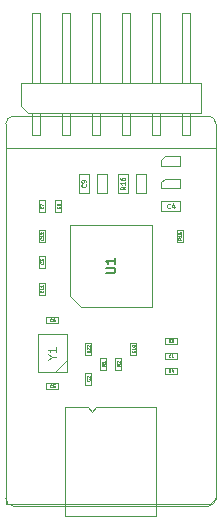
<source format=gbr>
%TF.GenerationSoftware,KiCad,Pcbnew,5.1.6+dfsg1-1~bpo10+1*%
%TF.CreationDate,2020-07-08T21:11:21+00:00*%
%TF.ProjectId,ProMicro_UART,50726f4d-6963-4726-9f5f-554152542e6b,v2*%
%TF.SameCoordinates,Original*%
%TF.FileFunction,Other,Fab,Top*%
%FSLAX45Y45*%
G04 Gerber Fmt 4.5, Leading zero omitted, Abs format (unit mm)*
G04 Created by KiCad (PCBNEW 5.1.6+dfsg1-1~bpo10+1) date 2020-07-08 21:11:21*
%MOMM*%
%LPD*%
G01*
G04 APERTURE LIST*
%TA.AperFunction,Profile*%
%ADD10C,0.100000*%
%TD*%
%ADD11C,0.100000*%
%ADD12C,0.060000*%
%ADD13C,0.105000*%
%ADD14C,0.200000*%
%ADD15C,0.040000*%
G04 APERTURE END LIST*
D10*
X-1651000Y3111500D02*
X-1651000Y-63500D01*
X127000Y3111500D02*
X127000Y-63500D01*
X-1587500Y-127000D02*
G75*
G02*
X-1651000Y-63500I0J63500D01*
G01*
X127000Y-63500D02*
G75*
G02*
X63500Y-127000I-63500J0D01*
G01*
X63500Y3175000D02*
G75*
G02*
X127000Y3111500I0J-63500D01*
G01*
X-1651000Y3111500D02*
G75*
G02*
X-1587500Y3175000I63500J0D01*
G01*
X63500Y-127000D02*
X-1587500Y-127000D01*
X-1587500Y3175000D02*
X63500Y3175000D01*
D11*
X-1650000Y-110000D02*
X-1650000Y2905000D01*
X80000Y-110000D02*
X-1650000Y-110000D01*
X80000Y-110000D02*
X127000Y-60000D01*
X127000Y2905000D02*
X127000Y-60000D01*
X-1650000Y2905000D02*
X127000Y2905000D01*
X-620400Y2523500D02*
X-700400Y2523500D01*
X-700400Y2523500D02*
X-700400Y2683500D01*
X-700400Y2683500D02*
X-620400Y2683500D01*
X-620400Y2683500D02*
X-620400Y2523500D01*
X-468000Y2523500D02*
X-548000Y2523500D01*
X-548000Y2523500D02*
X-548000Y2683500D01*
X-548000Y2683500D02*
X-468000Y2683500D01*
X-468000Y2683500D02*
X-468000Y2523500D01*
X-798200Y2523500D02*
X-878200Y2523500D01*
X-878200Y2523500D02*
X-878200Y2683500D01*
X-878200Y2683500D02*
X-798200Y2683500D01*
X-798200Y2683500D02*
X-798200Y2523500D01*
X-1030600Y2683500D02*
X-950600Y2683500D01*
X-950600Y2683500D02*
X-950600Y2523500D01*
X-950600Y2523500D02*
X-1030600Y2523500D01*
X-1030600Y2523500D02*
X-1030600Y2683500D01*
X-1382300Y1008400D02*
X-1132300Y1008400D01*
X-1132300Y1008400D02*
X-1132300Y1328400D01*
X-1132300Y1328400D02*
X-1382300Y1328400D01*
X-1382300Y1328400D02*
X-1382300Y1008400D01*
X-1232300Y1008400D02*
X-1132300Y1108400D01*
X-1112000Y1655000D02*
X-1112000Y2255000D01*
X-1112000Y2255000D02*
X-412000Y2255000D01*
X-412000Y2255000D02*
X-412000Y1555000D01*
X-412000Y1555000D02*
X-1012000Y1555000D01*
X-1012000Y1555000D02*
X-1112000Y1655000D01*
X-977500Y1256500D02*
X-927500Y1256500D01*
X-927500Y1256500D02*
X-927500Y1156500D01*
X-927500Y1156500D02*
X-977500Y1156500D01*
X-977500Y1156500D02*
X-977500Y1256500D01*
X-1181500Y2363000D02*
X-1231500Y2363000D01*
X-1231500Y2363000D02*
X-1231500Y2463000D01*
X-1231500Y2463000D02*
X-1181500Y2463000D01*
X-1181500Y2463000D02*
X-1181500Y2363000D01*
X-1321200Y2363000D02*
X-1371200Y2363000D01*
X-1371200Y2363000D02*
X-1371200Y2463000D01*
X-1371200Y2463000D02*
X-1321200Y2463000D01*
X-1321200Y2463000D02*
X-1321200Y2363000D01*
X-204000Y1168000D02*
X-204000Y1118000D01*
X-204000Y1118000D02*
X-304000Y1118000D01*
X-304000Y1118000D02*
X-304000Y1168000D01*
X-304000Y1168000D02*
X-204000Y1168000D01*
X-927500Y902500D02*
X-977500Y902500D01*
X-977500Y902500D02*
X-977500Y1002500D01*
X-977500Y1002500D02*
X-927500Y1002500D01*
X-927500Y1002500D02*
X-927500Y902500D01*
X-1371200Y1993100D02*
X-1321200Y1993100D01*
X-1321200Y1993100D02*
X-1321200Y1893100D01*
X-1321200Y1893100D02*
X-1371200Y1893100D01*
X-1371200Y1893100D02*
X-1371200Y1993100D01*
X-1207300Y914000D02*
X-1207300Y864000D01*
X-1207300Y864000D02*
X-1307300Y864000D01*
X-1307300Y864000D02*
X-1307300Y914000D01*
X-1307300Y914000D02*
X-1207300Y914000D01*
X-1307300Y1422800D02*
X-1307300Y1472800D01*
X-1307300Y1472800D02*
X-1207300Y1472800D01*
X-1207300Y1472800D02*
X-1207300Y1422800D01*
X-1207300Y1422800D02*
X-1307300Y1422800D01*
X-546500Y1156500D02*
X-596500Y1156500D01*
X-596500Y1156500D02*
X-596500Y1256500D01*
X-596500Y1256500D02*
X-546500Y1256500D01*
X-546500Y1256500D02*
X-546500Y1156500D01*
X-1321200Y1664500D02*
X-1371200Y1664500D01*
X-1371200Y1664500D02*
X-1371200Y1764500D01*
X-1371200Y1764500D02*
X-1321200Y1764500D01*
X-1321200Y1764500D02*
X-1321200Y1664500D01*
X-1321200Y2109000D02*
X-1371200Y2109000D01*
X-1371200Y2109000D02*
X-1371200Y2209000D01*
X-1371200Y2209000D02*
X-1321200Y2209000D01*
X-1321200Y2209000D02*
X-1321200Y2109000D01*
X-850500Y1129500D02*
X-800500Y1129500D01*
X-800500Y1129500D02*
X-800500Y1029500D01*
X-800500Y1029500D02*
X-850500Y1029500D01*
X-850500Y1029500D02*
X-850500Y1129500D01*
X-723500Y1129500D02*
X-673500Y1129500D01*
X-673500Y1129500D02*
X-673500Y1029500D01*
X-673500Y1029500D02*
X-723500Y1029500D01*
X-723500Y1029500D02*
X-723500Y1129500D01*
X-204000Y1295000D02*
X-204000Y1245000D01*
X-204000Y1245000D02*
X-304000Y1245000D01*
X-304000Y1245000D02*
X-304000Y1295000D01*
X-304000Y1295000D02*
X-204000Y1295000D01*
X-204000Y1041000D02*
X-204000Y991000D01*
X-204000Y991000D02*
X-304000Y991000D01*
X-304000Y991000D02*
X-304000Y1041000D01*
X-304000Y1041000D02*
X-204000Y1041000D01*
X-202800Y2209000D02*
X-152800Y2209000D01*
X-152800Y2209000D02*
X-152800Y2109000D01*
X-152800Y2109000D02*
X-202800Y2109000D01*
X-202800Y2109000D02*
X-202800Y2209000D01*
X-1147000Y716000D02*
X-952000Y716000D01*
X-377000Y716000D02*
X-377000Y-209000D01*
X-377000Y-209000D02*
X-1147000Y-209000D01*
X-1147000Y-209000D02*
X-1147000Y716000D01*
X-952000Y716000D02*
X-922000Y666000D01*
X-922000Y666000D02*
X-892000Y716000D01*
X-892000Y716000D02*
X-377000Y716000D01*
X-174000Y2453000D02*
X-174000Y2373000D01*
X-174000Y2373000D02*
X-334000Y2373000D01*
X-334000Y2373000D02*
X-334000Y2453000D01*
X-334000Y2453000D02*
X-174000Y2453000D01*
X-1524000Y3261500D02*
X-1524000Y3452000D01*
X-1524000Y3452000D02*
X0Y3452000D01*
X0Y3452000D02*
X0Y3198000D01*
X0Y3198000D02*
X-1460500Y3198000D01*
X-1460500Y3198000D02*
X-1524000Y3261500D01*
X-1429000Y3016000D02*
X-1429000Y3198000D01*
X-1429000Y3016000D02*
X-1365000Y3016000D01*
X-1365000Y3016000D02*
X-1365000Y3198000D01*
X-1429000Y3452000D02*
X-1429000Y4052000D01*
X-1429000Y4052000D02*
X-1365000Y4052000D01*
X-1365000Y3452000D02*
X-1365000Y4052000D01*
X-1175000Y3016000D02*
X-1175000Y3198000D01*
X-1175000Y3016000D02*
X-1111000Y3016000D01*
X-1111000Y3016000D02*
X-1111000Y3198000D01*
X-1175000Y3452000D02*
X-1175000Y4052000D01*
X-1175000Y4052000D02*
X-1111000Y4052000D01*
X-1111000Y3452000D02*
X-1111000Y4052000D01*
X-921000Y3016000D02*
X-921000Y3198000D01*
X-921000Y3016000D02*
X-857000Y3016000D01*
X-857000Y3016000D02*
X-857000Y3198000D01*
X-921000Y3452000D02*
X-921000Y4052000D01*
X-921000Y4052000D02*
X-857000Y4052000D01*
X-857000Y3452000D02*
X-857000Y4052000D01*
X-667000Y3016000D02*
X-667000Y3198000D01*
X-667000Y3016000D02*
X-603000Y3016000D01*
X-603000Y3016000D02*
X-603000Y3198000D01*
X-667000Y3452000D02*
X-667000Y4052000D01*
X-667000Y4052000D02*
X-603000Y4052000D01*
X-603000Y3452000D02*
X-603000Y4052000D01*
X-413000Y3016000D02*
X-413000Y3198000D01*
X-413000Y3016000D02*
X-349000Y3016000D01*
X-349000Y3016000D02*
X-349000Y3198000D01*
X-413000Y3452000D02*
X-413000Y4052000D01*
X-413000Y4052000D02*
X-349000Y4052000D01*
X-349000Y3452000D02*
X-349000Y4052000D01*
X-159000Y3016000D02*
X-159000Y3198000D01*
X-159000Y3016000D02*
X-95000Y3016000D01*
X-95000Y3016000D02*
X-95000Y3198000D01*
X-159000Y3452000D02*
X-159000Y4052000D01*
X-159000Y4052000D02*
X-95000Y4052000D01*
X-95000Y3452000D02*
X-95000Y4052000D01*
X-174000Y2643500D02*
X-304000Y2643500D01*
X-304000Y2643500D02*
X-334000Y2613500D01*
X-334000Y2613500D02*
X-334000Y2563500D01*
X-334000Y2563500D02*
X-174000Y2563500D01*
X-174000Y2563500D02*
X-174000Y2643500D01*
X-174000Y2834000D02*
X-304000Y2834000D01*
X-304000Y2834000D02*
X-334000Y2804000D01*
X-334000Y2804000D02*
X-334000Y2754000D01*
X-334000Y2754000D02*
X-174000Y2754000D01*
X-174000Y2754000D02*
X-174000Y2834000D01*
D12*
X-642305Y2577786D02*
X-661352Y2564452D01*
X-642305Y2554929D02*
X-682305Y2554929D01*
X-682305Y2570167D01*
X-680400Y2573976D01*
X-678495Y2575881D01*
X-674686Y2577786D01*
X-668972Y2577786D01*
X-665162Y2575881D01*
X-663257Y2573976D01*
X-661352Y2570167D01*
X-661352Y2554929D01*
X-642305Y2615881D02*
X-642305Y2593024D01*
X-642305Y2604452D02*
X-682305Y2604452D01*
X-676591Y2600643D01*
X-672781Y2596833D01*
X-670876Y2593024D01*
X-682305Y2650167D02*
X-682305Y2642548D01*
X-680400Y2638738D01*
X-678495Y2636833D01*
X-672781Y2633024D01*
X-665162Y2631119D01*
X-649924Y2631119D01*
X-646114Y2633024D01*
X-644210Y2634929D01*
X-642305Y2638738D01*
X-642305Y2646357D01*
X-644210Y2650167D01*
X-646114Y2652072D01*
X-649924Y2653976D01*
X-659448Y2653976D01*
X-663257Y2652072D01*
X-665162Y2650167D01*
X-667067Y2646357D01*
X-667067Y2638738D01*
X-665162Y2634929D01*
X-663257Y2633024D01*
X-659448Y2631119D01*
X-976314Y2596833D02*
X-974410Y2594929D01*
X-972505Y2589214D01*
X-972505Y2585405D01*
X-974410Y2579691D01*
X-978219Y2575881D01*
X-982029Y2573976D01*
X-989648Y2572072D01*
X-995362Y2572072D01*
X-1002981Y2573976D01*
X-1006790Y2575881D01*
X-1010600Y2579691D01*
X-1012505Y2585405D01*
X-1012505Y2589214D01*
X-1010600Y2594929D01*
X-1008695Y2596833D01*
X-972505Y2615881D02*
X-972505Y2623500D01*
X-974410Y2627310D01*
X-976314Y2629214D01*
X-982029Y2633024D01*
X-989648Y2634929D01*
X-1004886Y2634929D01*
X-1008695Y2633024D01*
X-1010600Y2631119D01*
X-1012505Y2627310D01*
X-1012505Y2619691D01*
X-1010600Y2615881D01*
X-1008695Y2613976D01*
X-1004886Y2612072D01*
X-995362Y2612072D01*
X-991552Y2613976D01*
X-989648Y2615881D01*
X-987743Y2619691D01*
X-987743Y2627310D01*
X-989648Y2631119D01*
X-991552Y2633024D01*
X-995362Y2634929D01*
D13*
X-1258967Y1135067D02*
X-1225633Y1135067D01*
X-1295633Y1111733D02*
X-1258967Y1135067D01*
X-1295633Y1158400D01*
X-1225633Y1218400D02*
X-1225633Y1178400D01*
X-1225633Y1198400D02*
X-1295633Y1198400D01*
X-1285633Y1191733D01*
X-1278967Y1185067D01*
X-1275633Y1178400D01*
D14*
X-805810Y1844048D02*
X-741048Y1844048D01*
X-733429Y1847857D01*
X-729619Y1851667D01*
X-725810Y1859286D01*
X-725810Y1874524D01*
X-729619Y1882143D01*
X-733429Y1885952D01*
X-741048Y1889762D01*
X-805810Y1889762D01*
X-725810Y1969762D02*
X-725810Y1924048D01*
X-725810Y1946905D02*
X-805810Y1946905D01*
X-794381Y1939286D01*
X-786762Y1931667D01*
X-782952Y1924048D01*
D15*
X-941190Y1190429D02*
X-953095Y1182095D01*
X-941190Y1176143D02*
X-966190Y1176143D01*
X-966190Y1185667D01*
X-965000Y1188048D01*
X-963810Y1189238D01*
X-961429Y1190429D01*
X-957857Y1190429D01*
X-955476Y1189238D01*
X-954286Y1188048D01*
X-953095Y1185667D01*
X-953095Y1176143D01*
X-963810Y1199952D02*
X-965000Y1201143D01*
X-966190Y1203524D01*
X-966190Y1209476D01*
X-965000Y1211857D01*
X-963810Y1213048D01*
X-961429Y1214238D01*
X-959048Y1214238D01*
X-955476Y1213048D01*
X-941190Y1198762D01*
X-941190Y1214238D01*
X-963810Y1223762D02*
X-965000Y1224952D01*
X-966190Y1227333D01*
X-966190Y1233286D01*
X-965000Y1235667D01*
X-963810Y1236857D01*
X-961429Y1238048D01*
X-959048Y1238048D01*
X-955476Y1236857D01*
X-941190Y1222572D01*
X-941190Y1238048D01*
X-1197572Y2408833D02*
X-1196381Y2407643D01*
X-1195191Y2404072D01*
X-1195191Y2401691D01*
X-1196381Y2398119D01*
X-1198762Y2395738D01*
X-1201143Y2394548D01*
X-1205905Y2393357D01*
X-1209476Y2393357D01*
X-1214238Y2394548D01*
X-1216619Y2395738D01*
X-1219000Y2398119D01*
X-1220191Y2401691D01*
X-1220191Y2404072D01*
X-1219000Y2407643D01*
X-1217810Y2408833D01*
X-1209476Y2423119D02*
X-1210667Y2420738D01*
X-1211857Y2419548D01*
X-1214238Y2418357D01*
X-1215429Y2418357D01*
X-1217810Y2419548D01*
X-1219000Y2420738D01*
X-1220191Y2423119D01*
X-1220191Y2427881D01*
X-1219000Y2430262D01*
X-1217810Y2431452D01*
X-1215429Y2432643D01*
X-1214238Y2432643D01*
X-1211857Y2431452D01*
X-1210667Y2430262D01*
X-1209476Y2427881D01*
X-1209476Y2423119D01*
X-1208286Y2420738D01*
X-1207095Y2419548D01*
X-1204714Y2418357D01*
X-1199952Y2418357D01*
X-1197572Y2419548D01*
X-1196381Y2420738D01*
X-1195191Y2423119D01*
X-1195191Y2427881D01*
X-1196381Y2430262D01*
X-1197572Y2431452D01*
X-1199952Y2432643D01*
X-1204714Y2432643D01*
X-1207095Y2431452D01*
X-1208286Y2430262D01*
X-1209476Y2427881D01*
X-1337272Y2408833D02*
X-1336081Y2407643D01*
X-1334891Y2404072D01*
X-1334891Y2401691D01*
X-1336081Y2398119D01*
X-1338462Y2395738D01*
X-1340843Y2394548D01*
X-1345605Y2393357D01*
X-1349176Y2393357D01*
X-1353938Y2394548D01*
X-1356319Y2395738D01*
X-1358700Y2398119D01*
X-1359891Y2401691D01*
X-1359891Y2404072D01*
X-1358700Y2407643D01*
X-1357510Y2408833D01*
X-1359891Y2417167D02*
X-1359891Y2433833D01*
X-1334891Y2423119D01*
X-258167Y1134072D02*
X-259357Y1132881D01*
X-262929Y1131691D01*
X-265310Y1131691D01*
X-268881Y1132881D01*
X-271262Y1135262D01*
X-272452Y1137643D01*
X-273643Y1142405D01*
X-273643Y1145976D01*
X-272452Y1150738D01*
X-271262Y1153119D01*
X-268881Y1155500D01*
X-265310Y1156691D01*
X-262929Y1156691D01*
X-259357Y1155500D01*
X-258167Y1154310D01*
X-234357Y1131691D02*
X-248643Y1131691D01*
X-241500Y1131691D02*
X-241500Y1156691D01*
X-243881Y1153119D01*
X-246262Y1150738D01*
X-248643Y1149548D01*
X-943571Y948333D02*
X-942381Y947143D01*
X-941190Y943571D01*
X-941190Y941190D01*
X-942381Y937619D01*
X-944762Y935238D01*
X-947143Y934048D01*
X-951905Y932857D01*
X-955476Y932857D01*
X-960238Y934048D01*
X-962619Y935238D01*
X-965000Y937619D01*
X-966190Y941190D01*
X-966190Y943571D01*
X-965000Y947143D01*
X-963810Y948333D01*
X-963810Y957857D02*
X-965000Y959048D01*
X-966190Y961429D01*
X-966190Y967381D01*
X-965000Y969762D01*
X-963810Y970952D01*
X-961429Y972143D01*
X-959048Y972143D01*
X-955476Y970952D01*
X-941190Y956667D01*
X-941190Y972143D01*
X-1337272Y1938933D02*
X-1336081Y1937743D01*
X-1334891Y1934171D01*
X-1334891Y1931790D01*
X-1336081Y1928219D01*
X-1338462Y1925838D01*
X-1340843Y1924648D01*
X-1345605Y1923457D01*
X-1349176Y1923457D01*
X-1353938Y1924648D01*
X-1356319Y1925838D01*
X-1358700Y1928219D01*
X-1359891Y1931790D01*
X-1359891Y1934171D01*
X-1358700Y1937743D01*
X-1357510Y1938933D01*
X-1359891Y1947267D02*
X-1359891Y1962743D01*
X-1350367Y1954410D01*
X-1350367Y1957981D01*
X-1349176Y1960362D01*
X-1347986Y1961552D01*
X-1345605Y1962743D01*
X-1339652Y1962743D01*
X-1337272Y1961552D01*
X-1336081Y1960362D01*
X-1334891Y1957981D01*
X-1334891Y1950838D01*
X-1336081Y1948457D01*
X-1337272Y1947267D01*
X-1261467Y880071D02*
X-1262657Y878881D01*
X-1266229Y877690D01*
X-1268610Y877690D01*
X-1272181Y878881D01*
X-1274562Y881262D01*
X-1275752Y883643D01*
X-1276943Y888405D01*
X-1276943Y891976D01*
X-1275752Y896738D01*
X-1274562Y899119D01*
X-1272181Y901500D01*
X-1268610Y902690D01*
X-1266229Y902690D01*
X-1262657Y901500D01*
X-1261467Y900310D01*
X-1238848Y902690D02*
X-1250752Y902690D01*
X-1251943Y890786D01*
X-1250752Y891976D01*
X-1248372Y893167D01*
X-1242419Y893167D01*
X-1240038Y891976D01*
X-1238848Y890786D01*
X-1237657Y888405D01*
X-1237657Y882452D01*
X-1238848Y880071D01*
X-1240038Y878881D01*
X-1242419Y877690D01*
X-1248372Y877690D01*
X-1250752Y878881D01*
X-1251943Y880071D01*
X-1261467Y1438871D02*
X-1262657Y1437681D01*
X-1266229Y1436490D01*
X-1268610Y1436490D01*
X-1272181Y1437681D01*
X-1274562Y1440062D01*
X-1275752Y1442443D01*
X-1276943Y1447205D01*
X-1276943Y1450776D01*
X-1275752Y1455538D01*
X-1274562Y1457919D01*
X-1272181Y1460300D01*
X-1268610Y1461490D01*
X-1266229Y1461490D01*
X-1262657Y1460300D01*
X-1261467Y1459110D01*
X-1240038Y1461490D02*
X-1244800Y1461490D01*
X-1247181Y1460300D01*
X-1248372Y1459110D01*
X-1250752Y1455538D01*
X-1251943Y1450776D01*
X-1251943Y1441252D01*
X-1250752Y1438871D01*
X-1249562Y1437681D01*
X-1247181Y1436490D01*
X-1242419Y1436490D01*
X-1240038Y1437681D01*
X-1238848Y1438871D01*
X-1237657Y1441252D01*
X-1237657Y1447205D01*
X-1238848Y1449586D01*
X-1240038Y1450776D01*
X-1242419Y1451967D01*
X-1247181Y1451967D01*
X-1249562Y1450776D01*
X-1250752Y1449586D01*
X-1251943Y1447205D01*
X-562572Y1190429D02*
X-561381Y1189238D01*
X-560191Y1185667D01*
X-560191Y1183286D01*
X-561381Y1179714D01*
X-563762Y1177333D01*
X-566143Y1176143D01*
X-570905Y1174952D01*
X-574476Y1174952D01*
X-579238Y1176143D01*
X-581619Y1177333D01*
X-584000Y1179714D01*
X-585191Y1183286D01*
X-585191Y1185667D01*
X-584000Y1189238D01*
X-582810Y1190429D01*
X-560191Y1214238D02*
X-560191Y1199952D01*
X-560191Y1207095D02*
X-585191Y1207095D01*
X-581619Y1204714D01*
X-579238Y1202333D01*
X-578048Y1199952D01*
X-585191Y1229714D02*
X-585191Y1232095D01*
X-584000Y1234476D01*
X-582810Y1235667D01*
X-580429Y1236857D01*
X-575667Y1238048D01*
X-569714Y1238048D01*
X-564952Y1236857D01*
X-562572Y1235667D01*
X-561381Y1234476D01*
X-560191Y1232095D01*
X-560191Y1229714D01*
X-561381Y1227333D01*
X-562572Y1226143D01*
X-564952Y1224952D01*
X-569714Y1223762D01*
X-575667Y1223762D01*
X-580429Y1224952D01*
X-582810Y1226143D01*
X-584000Y1227333D01*
X-585191Y1229714D01*
X-1337272Y1698429D02*
X-1336081Y1697238D01*
X-1334891Y1693667D01*
X-1334891Y1691286D01*
X-1336081Y1687714D01*
X-1338462Y1685333D01*
X-1340843Y1684143D01*
X-1345605Y1682952D01*
X-1349176Y1682952D01*
X-1353938Y1684143D01*
X-1356319Y1685333D01*
X-1358700Y1687714D01*
X-1359891Y1691286D01*
X-1359891Y1693667D01*
X-1358700Y1697238D01*
X-1357510Y1698429D01*
X-1334891Y1722238D02*
X-1334891Y1707952D01*
X-1334891Y1715095D02*
X-1359891Y1715095D01*
X-1356319Y1712714D01*
X-1353938Y1710333D01*
X-1352748Y1707952D01*
X-1334891Y1746048D02*
X-1334891Y1731762D01*
X-1334891Y1738905D02*
X-1359891Y1738905D01*
X-1356319Y1736524D01*
X-1353938Y1734143D01*
X-1352748Y1731762D01*
X-1337272Y2142929D02*
X-1336081Y2141738D01*
X-1334891Y2138167D01*
X-1334891Y2135786D01*
X-1336081Y2132214D01*
X-1338462Y2129833D01*
X-1340843Y2128643D01*
X-1345605Y2127452D01*
X-1349176Y2127452D01*
X-1353938Y2128643D01*
X-1356319Y2129833D01*
X-1358700Y2132214D01*
X-1359891Y2135786D01*
X-1359891Y2138167D01*
X-1358700Y2141738D01*
X-1357510Y2142929D01*
X-1334891Y2166738D02*
X-1334891Y2152452D01*
X-1334891Y2159595D02*
X-1359891Y2159595D01*
X-1356319Y2157214D01*
X-1353938Y2154833D01*
X-1352748Y2152452D01*
X-1357510Y2176262D02*
X-1358700Y2177452D01*
X-1359891Y2179833D01*
X-1359891Y2185786D01*
X-1358700Y2188167D01*
X-1357510Y2189357D01*
X-1355129Y2190548D01*
X-1352748Y2190548D01*
X-1349176Y2189357D01*
X-1334891Y2175072D01*
X-1334891Y2190548D01*
X-814190Y1075333D02*
X-826095Y1067000D01*
X-814190Y1061048D02*
X-839190Y1061048D01*
X-839190Y1070572D01*
X-838000Y1072952D01*
X-836810Y1074143D01*
X-834429Y1075333D01*
X-830857Y1075333D01*
X-828476Y1074143D01*
X-827286Y1072952D01*
X-826095Y1070572D01*
X-826095Y1061048D01*
X-814190Y1099143D02*
X-814190Y1084857D01*
X-814190Y1092000D02*
X-839190Y1092000D01*
X-835619Y1089619D01*
X-833238Y1087238D01*
X-832048Y1084857D01*
X-687191Y1075333D02*
X-699095Y1067000D01*
X-687191Y1061048D02*
X-712190Y1061048D01*
X-712190Y1070572D01*
X-711000Y1072952D01*
X-709810Y1074143D01*
X-707429Y1075333D01*
X-703857Y1075333D01*
X-701476Y1074143D01*
X-700286Y1072952D01*
X-699095Y1070572D01*
X-699095Y1061048D01*
X-709810Y1084857D02*
X-711000Y1086048D01*
X-712190Y1088429D01*
X-712190Y1094381D01*
X-711000Y1096762D01*
X-709810Y1097952D01*
X-707429Y1099143D01*
X-705048Y1099143D01*
X-701476Y1097952D01*
X-687191Y1083667D01*
X-687191Y1099143D01*
X-258167Y1258691D02*
X-266500Y1270595D01*
X-272452Y1258691D02*
X-272452Y1283691D01*
X-262929Y1283691D01*
X-260548Y1282500D01*
X-259357Y1281310D01*
X-258167Y1278929D01*
X-258167Y1275357D01*
X-259357Y1272976D01*
X-260548Y1271786D01*
X-262929Y1270595D01*
X-272452Y1270595D01*
X-249833Y1283691D02*
X-234357Y1283691D01*
X-242690Y1274167D01*
X-239119Y1274167D01*
X-236738Y1272976D01*
X-235548Y1271786D01*
X-234357Y1269405D01*
X-234357Y1263452D01*
X-235548Y1261072D01*
X-236738Y1259881D01*
X-239119Y1258691D01*
X-246262Y1258691D01*
X-248643Y1259881D01*
X-249833Y1261072D01*
X-258167Y1004690D02*
X-266500Y1016595D01*
X-272452Y1004690D02*
X-272452Y1029690D01*
X-262929Y1029690D01*
X-260548Y1028500D01*
X-259357Y1027310D01*
X-258167Y1024929D01*
X-258167Y1021357D01*
X-259357Y1018976D01*
X-260548Y1017786D01*
X-262929Y1016595D01*
X-272452Y1016595D01*
X-236738Y1021357D02*
X-236738Y1004690D01*
X-242690Y1030881D02*
X-248643Y1013024D01*
X-233167Y1013024D01*
X-166491Y2142929D02*
X-178395Y2134595D01*
X-166491Y2128643D02*
X-191490Y2128643D01*
X-191490Y2138167D01*
X-190300Y2140548D01*
X-189110Y2141738D01*
X-186729Y2142929D01*
X-183157Y2142929D01*
X-180776Y2141738D01*
X-179586Y2140548D01*
X-178395Y2138167D01*
X-178395Y2128643D01*
X-166491Y2166738D02*
X-166491Y2152452D01*
X-166491Y2159595D02*
X-191490Y2159595D01*
X-187919Y2157214D01*
X-185538Y2154833D01*
X-184348Y2152452D01*
X-191490Y2189357D02*
X-191490Y2177452D01*
X-179586Y2176262D01*
X-180776Y2177452D01*
X-181967Y2179833D01*
X-181967Y2185786D01*
X-180776Y2188167D01*
X-179586Y2189357D01*
X-177205Y2190548D01*
X-171252Y2190548D01*
X-168872Y2189357D01*
X-167681Y2188167D01*
X-166491Y2185786D01*
X-166491Y2179833D01*
X-167681Y2177452D01*
X-168872Y2176262D01*
D12*
X-260667Y2398714D02*
X-262572Y2396810D01*
X-268286Y2394905D01*
X-272095Y2394905D01*
X-277810Y2396810D01*
X-281619Y2400619D01*
X-283524Y2404429D01*
X-285429Y2412048D01*
X-285429Y2417762D01*
X-283524Y2425381D01*
X-281619Y2429191D01*
X-277810Y2433000D01*
X-272095Y2434905D01*
X-268286Y2434905D01*
X-262572Y2433000D01*
X-260667Y2431095D01*
X-226381Y2421572D02*
X-226381Y2394905D01*
X-235905Y2436810D02*
X-245429Y2408238D01*
X-220667Y2408238D01*
M02*

</source>
